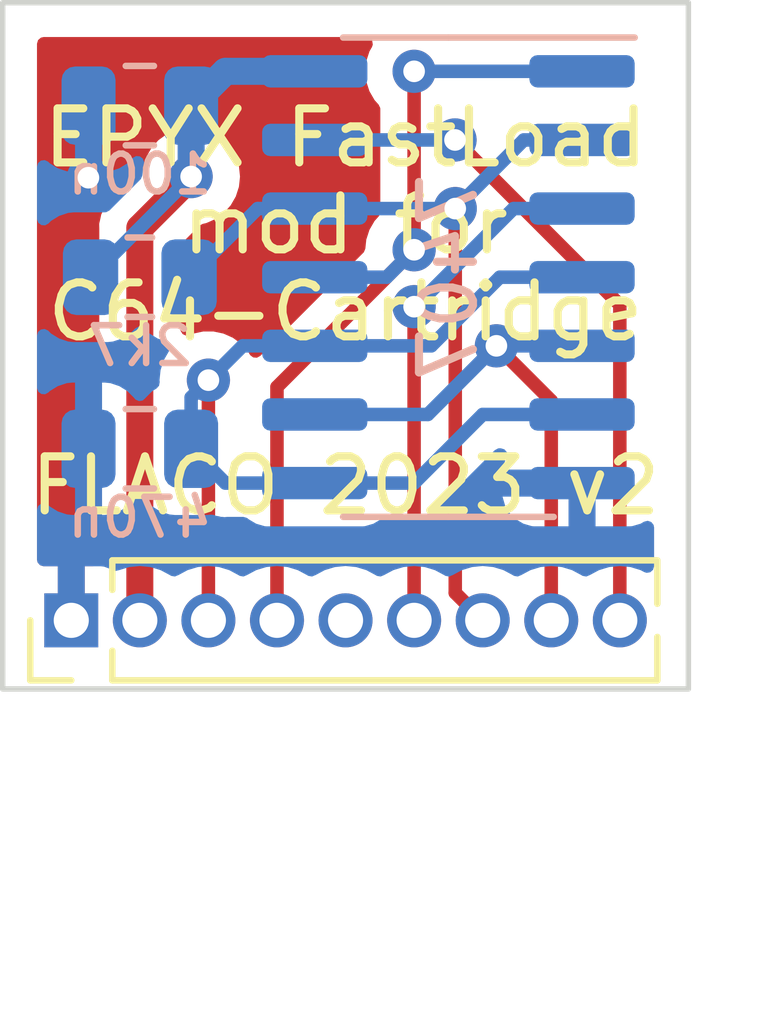
<source format=kicad_pcb>
(kicad_pcb (version 20221018) (generator pcbnew)
  (title_block (title "Epyx FastLoad mod for C64-Cartridge") (date "2023-10-19") (rev "2") (company "FLACO 2023"))
  (layers (0 "F.Cu" signal) (31 "B.Cu" signal) (34 "B.Paste" user) (35 "F.Paste" user) (36 "B.SilkS" user "B.Silkscreen") (37 "F.SilkS" user "F.Silkscreen") (38 "B.Mask" user) (39 "F.Mask" user) (44 "Edge.Cuts" user))
  (net 0 "")
  (net 1 "/{slash}EXROM")
  (net 2 "GND")
  (net 3 "+5V")
  (net 4 "/{slash}ROML")
  (net 5 "/{slash}ROMH")
  (net 6 "/{slash}RESET")
  (net 7 "/{slash}OE")
  (net 8 "/{slash}IO1")
  (net 9 "/{slash}IO2")
  (footprint "Connector_PinHeader_1.27mm:PinHeader_1x09_P1.27mm_Vertical" (layer "F.Cu") (at 142.875 106.045 90)
    (fp_text reference "J1" hide)
    (fp_text value "Epyx FastLoad mod")
    (fp_line (start -1.11 -0.76) (end 0 -0.76) (stroke (width 0.12)) (layer "F.SilkS"))
    (fp_line (start -1.11 0) (end -1.11 -0.76) (stroke (width 0.12)) (layer "F.SilkS"))
    (fp_line (start -1.11 0.76) (end -1.11 10.855) (stroke (width 0.12)) (layer "F.SilkS"))
    (fp_line (start -1.11 0.76) (end -0.563471 0.76) (stroke (width 0.12)) (layer "F.SilkS"))
    (fp_line (start -1.11 10.855) (end -0.30753 10.855) (stroke (width 0.12)) (layer "F.SilkS"))
    (fp_line (start 0.30753 10.855) (end 1.11 10.855) (stroke (width 0.12)) (layer "F.SilkS"))
    (fp_line (start 0.563471 0.76) (end 1.11 0.76) (stroke (width 0.12)) (layer "F.SilkS"))
    (fp_line (start 1.11 0.76) (end 1.11 10.855) (stroke (width 0.12)) (layer "F.SilkS"))
    (pad "1" thru_hole rect (at 0 0 90) (size 1 1) (drill 0.65) (layers "*.Cu" "*.Mask") (net 2 "GND"))
    (pad "2" thru_hole oval (at 0 1.27 90) (size 1 1) (drill 0.65) (layers "*.Cu" "*.Mask") (net 3 "+5V"))
    (pad "3" thru_hole oval (at 0 2.54 90) (size 1 1) (drill 0.65) (layers "*.Cu" "*.Mask") (net 1 "/{slash}EXROM"))
    (pad "4" thru_hole oval (at 0 3.81 90) (size 1 1) (drill 0.65) (layers "*.Cu" "*.Mask") (net 4 "/{slash}ROML"))
    (pad "5" thru_hole oval (at 0 5.08 90) (size 1 1) (drill 0.65) (layers "*.Cu" "*.Mask") (net 5 "/{slash}ROMH"))
    (pad "6" thru_hole oval (at 0 6.35 90) (size 1 1) (drill 0.65) (layers "*.Cu" "*.Mask") (net 6 "/{slash}RESET"))
    (pad "7" thru_hole oval (at 0 7.62 90) (size 1 1) (drill 0.65) (layers "*.Cu" "*.Mask") (net 7 "/{slash}OE"))
    (pad "8" thru_hole oval (at 0 8.89 90) (size 1 1) (drill 0.65) (layers "*.Cu" "*.Mask") (net 8 "/{slash}IO1"))
    (pad "9" thru_hole oval (at 0 10.16 90) (size 1 1) (drill 0.65) (layers "*.Cu" "*.Mask") (net 9 "/{slash}IO2"))
  )
  (footprint "Package_SO:SOIC-14_3.9x8.7mm_P1.27mm" (layer "B.Cu") (at 149.86 99.695 180)
    (fp_text reference "U1" hide)
    (fp_text value "74LS07")
    (fp_line (start 0 -4.435) (end -1.95 -4.435) (stroke (width 0.12)) (layer "B.SilkS"))
    (fp_line (start 0 -4.435) (end 1.95 -4.435) (stroke (width 0.12)) (layer "B.SilkS"))
    (fp_line (start 0 4.435) (end -3.45 4.435) (stroke (width 0.12)) (layer "B.SilkS"))
    (fp_line (start 0 4.435) (end 1.95 4.435) (stroke (width 0.12)) (layer "B.SilkS"))
    (pad "1" smd roundrect (at -2.475 3.81 180) (size 1.95 0.6) (layers "B.Cu" "B.Paste" "B.Mask") (net 4 "/{slash}ROML"))
    (pad "2" smd roundrect (at -2.475 2.54 180) (size 1.95 0.6) (layers "B.Cu" "B.Paste" "B.Mask") (net 7 "/{slash}OE"))
    (pad "3" smd roundrect (at -2.475 1.27 180) (size 1.95 0.6) (layers "B.Cu" "B.Paste" "B.Mask") (net 6 "/{slash}RESET"))
    (pad "4" smd roundrect (at -2.475 0 180) (size 1.95 0.6) (layers "B.Cu" "B.Paste" "B.Mask") (net 1 "/{slash}EXROM"))
    (pad "5" smd roundrect (at -2.475 -1.27 180) (size 1.95 0.6) (layers "B.Cu" "B.Paste" "B.Mask") (net 8 "/{slash}IO1"))
    (pad "6" smd roundrect (at -2.475 -2.54 180) (size 1.95 0.6) (layers "B.Cu" "B.Paste" "B.Mask") (net 1 "/{slash}EXROM"))
    (pad "7" smd roundrect (at -2.475 -3.81 180) (size 1.95 0.6) (layers "B.Cu" "B.Paste" "B.Mask") (net 2 "GND"))
    (pad "8" smd roundrect (at 2.475 -3.81 180) (size 1.95 0.6) (layers "B.Cu" "B.Paste" "B.Mask") (net 1 "/{slash}EXROM"))
    (pad "9" smd roundrect (at 2.475 -2.54 180) (size 1.95 0.6) (layers "B.Cu" "B.Paste" "B.Mask") (net 8 "/{slash}IO1"))
    (pad "10" smd roundrect (at 2.475 -1.27 180) (size 1.95 0.6) (layers "B.Cu" "B.Paste" "B.Mask") (net 1 "/{slash}EXROM"))
    (pad "11" smd roundrect (at 2.475 0 180) (size 1.95 0.6) (layers "B.Cu" "B.Paste" "B.Mask") (net 4 "/{slash}ROML"))
    (pad "12" smd roundrect (at 2.475 1.27 180) (size 1.95 0.6) (layers "B.Cu" "B.Paste" "B.Mask") (net 7 "/{slash}OE"))
    (pad "13" smd roundrect (at 2.475 2.54 180) (size 1.95 0.6) (layers "B.Cu" "B.Paste" "B.Mask") (net 9 "/{slash}IO2"))
    (pad "14" smd roundrect (at 2.475 3.81 180) (size 1.95 0.6) (layers "B.Cu" "B.Paste" "B.Mask") (net 3 "+5V"))
  )
  (footprint "Capacitor_SMD:C_0805_2012Metric" (layer "B.Cu") (at 144.145 102.87 180)
    (fp_text reference "C1" hide)
    (fp_text value "470n")
    (fp_line (start -0.261252 -0.735) (end 0.261252 -0.735) (stroke (width 0.12)) (layer "B.SilkS"))
    (fp_line (start -0.261252 0.735) (end 0.261252 0.735) (stroke (width 0.12)) (layer "B.SilkS"))
    (pad "1" smd roundrect (at -0.95 0 180) (size 1 1.45) (layers "B.Cu" "B.Paste" "B.Mask") (net 1 "/{slash}EXROM"))
    (pad "2" smd roundrect (at 0.95 0 180) (size 1 1.45) (layers "B.Cu" "B.Paste" "B.Mask") (net 2 "GND"))
  )
  (footprint "Resistor_SMD:R_0805_2012Metric" (layer "B.Cu") (at 144.145 99.695)
    (fp_text reference "R1" hide)
    (fp_text value "2k7")
    (fp_line (start -0.227064 -0.735) (end 0.227064 -0.735) (stroke (width 0.12)) (layer "B.SilkS"))
    (fp_line (start -0.227064 0.735) (end 0.227064 0.735) (stroke (width 0.12)) (layer "B.SilkS"))
    (pad "1" smd roundrect (at -0.9125 0) (size 1.025 1.4) (layers "B.Cu" "B.Paste" "B.Mask") (roundrect_rratio 0.243902) (net 3 "+5V"))
    (pad "2" smd roundrect (at 0.9125 0) (size 1.025 1.4) (layers "B.Cu" "B.Paste" "B.Mask") (roundrect_rratio 0.243902) (net 7 "/{slash}OE"))
  )
  (footprint "Capacitor_SMD:C_0805_2012Metric" (layer "B.Cu") (at 144.145 96.52 180)
    (fp_text reference "C2" hide)
    (fp_text value "100n")
    (fp_line (start -0.261252 -0.735) (end 0.261252 -0.735) (stroke (width 0.12)) (layer "B.SilkS"))
    (fp_line (start -0.261252 0.735) (end 0.261252 0.735) (stroke (width 0.12)) (layer "B.SilkS"))
    (pad "1" smd roundrect (at -0.95 0 180) (size 1 1.45) (layers "B.Cu" "B.Paste" "B.Mask") (net 3 "+5V"))
    (pad "2" smd roundrect (at 0.95 0 180) (size 1 1.45) (layers "B.Cu" "B.Paste" "B.Mask") (net 2 "GND"))
  )
  (gr_rect (start 141.605 94.615) (end 154.305 107.315) (stroke (width 0.1)) (fill none) (layer "Edge.Cuts"))
  (gr_text "100n" (at 144.145 97.79) (layer "B.SilkS") (effects (font (size 0.7 0.7) (thickness 0.12) bold) (justify mirror)))
  (gr_text "470n" (at 144.145 104.14) (layer "B.SilkS") (effects (font (size 0.7 0.7) (thickness 0.12) bold) (justify mirror)))
  (gr_text "2k7" (at 144.145 100.965) (layer "B.SilkS") (effects (font (size 0.7 0.7) (thickness 0.12) bold) (justify mirror)))
  (gr_text "7407" (at 149.86 99.695 90) (layer "B.SilkS") (effects (font (size 1 1)) (justify mirror)))
  (gr_text "EPYX FastLoad\nmod for\nC64-Cartridge\n\nFLACO 2023 v2" (at 147.955 104.14) (layer "F.SilkS") (effects (font (size 1 1)) (justify bottom)))
  (segment (start 145.415 106.045) (end 145.415 101.6) (width 0.25) (layer "F.Cu") (net 1))
  (via (at 145.415 101.6) (size 0.8) (drill 0.4) (layers "F.Cu" "B.Cu") (net 1))
  (segment (start 147.385 103.505) (end 145.73 103.505) (width 0.25) (layer "B.Cu") (net 1))
  (segment (start 147.385 100.965) (end 146.05 100.965) (width 0.25) (layer "B.Cu") (net 1))
  (segment (start 149.5425 100.965) (end 150.8125 99.695) (width 0.25) (layer "B.Cu") (net 1))
  (segment (start 150.8125 99.695) (end 152.335 99.695) (width 0.25) (layer "B.Cu") (net 1))
  (segment (start 147.385 100.965) (end 149.5425 100.965) (width 0.25) (layer "B.Cu") (net 1))
  (segment (start 145.73 103.505) (end 145.095 102.87) (width 0.25) (layer "B.Cu") (net 1))
  (segment (start 147.385 103.505) (end 149.225 103.505) (width 0.25) (layer "B.Cu") (net 1))
  (segment (start 146.05 100.965) (end 145.415 101.6) (width 0.25) (layer "B.Cu") (net 1))
  (segment (start 149.225 103.505) (end 150.495 102.235) (width 0.25) (layer "B.Cu") (net 1))
  (segment (start 145.095 102.87) (end 145.095 101.92) (width 0.25) (layer "B.Cu") (net 1))
  (segment (start 145.095 101.92) (end 145.415 101.6) (width 0.25) (layer "B.Cu") (net 1))
  (segment (start 150.495 102.235) (end 152.335 102.235) (width 0.25) (layer "B.Cu") (net 1))
  (via (at 143.1925 97.8535) (size 0.8) (drill 0.4) (layers "F.Cu" "B.Cu") (net 2))
  (segment (start 144.145 98.7825) (end 144.145 106.045) (width 0.5) (layer "F.Cu") (net 3))
  (segment (start 145.095 97.8325) (end 144.145 98.7825) (width 0.5) (layer "F.Cu") (net 3))
  (via (at 145.095 97.8325) (size 0.8) (drill 0.4) (layers "F.Cu" "B.Cu") (net 3))
  (segment (start 145.095 96.52) (end 145.095 97.8325) (width 0.5) (layer "B.Cu") (net 3))
  (segment (start 145.095 97.8325) (end 143.2325 99.695) (width 0.25) (layer "B.Cu") (net 3))
  (segment (start 147.385 95.885) (end 145.73 95.885) (width 0.5) (layer "B.Cu") (net 3))
  (segment (start 145.73 95.885) (end 145.095 96.52) (width 0.5) (layer "B.Cu") (net 3))
  (segment (start 149.225 95.885) (end 149.225 99.187) (width 0.25) (layer "F.Cu") (net 4))
  (segment (start 149.225 99.187) (end 146.685 101.727) (width 0.25) (layer "F.Cu") (net 4))
  (segment (start 146.685 101.727) (end 146.685 106.045) (width 0.25) (layer "F.Cu") (net 4))
  (via (at 149.225 99.187) (size 0.8) (drill 0.4) (layers "F.Cu" "B.Cu") (net 4))
  (via (at 149.225 95.885) (size 0.8) (drill 0.4) (layers "F.Cu" "B.Cu") (net 4))
  (segment (start 149.225 99.187) (end 148.717 99.695) (width 0.25) (layer "B.Cu") (net 4))
  (segment (start 148.717 99.695) (end 147.385 99.695) (width 0.25) (layer "B.Cu") (net 4))
  (segment (start 149.225 95.885) (end 152.335 95.885) (width 0.25) (layer "B.Cu") (net 4))
  (segment (start 149.225 100.2405) (end 149.225 106.045) (width 0.25) (layer "F.Cu") (net 6))
  (via (at 149.225 100.2405) (size 0.8) (drill 0.4) (layers "F.Cu" "B.Cu") (net 6))
  (segment (start 149.225 100.2405) (end 149.251 100.2405) (width 0.25) (layer "B.Cu") (net 6))
  (segment (start 149.251 100.2405) (end 151.0665 98.425) (width 0.25) (layer "B.Cu") (net 6))
  (segment (start 151.0665 98.425) (end 152.335 98.425) (width 0.25) (layer "B.Cu") (net 6))
  (segment (start 149.987 105.537) (end 150.495 106.045) (width 0.25) (layer "F.Cu") (net 7))
  (segment (start 149.987 98.425) (end 149.987 105.537) (width 0.25) (layer "F.Cu") (net 7))
  (via (at 149.987 98.425) (size 0.8) (drill 0.4) (layers "F.Cu" "B.Cu") (net 7))
  (segment (start 149.987 98.425) (end 147.385 98.425) (width 0.25) (layer "B.Cu") (net 7))
  (segment (start 151.257 97.155) (end 152.335 97.155) (width 0.25) (layer "B.Cu") (net 7))
  (segment (start 146.3275 98.425) (end 147.385 98.425) (width 0.25) (layer "B.Cu") (net 7))
  (segment (start 145.0575 99.695) (end 146.3275 98.425) (width 0.25) (layer "B.Cu") (net 7))
  (segment (start 149.987 98.425) (end 151.257 97.155) (width 0.25) (layer "B.Cu") (net 7))
  (segment (start 151.765 101.981) (end 151.765 106.045) (width 0.25) (layer "F.Cu") (net 8))
  (segment (start 150.749 100.965) (end 151.765 101.981) (width 0.25) (layer "F.Cu") (net 8))
  (via (at 150.749 100.965) (size 0.8) (drill 0.4) (layers "F.Cu" "B.Cu") (net 8))
  (segment (start 150.749 100.965) (end 152.335 100.965) (width 0.25) (layer "B.Cu") (net 8))
  (segment (start 149.479 102.235) (end 147.385 102.235) (width 0.25) (layer "B.Cu") (net 8))
  (segment (start 150.749 100.965) (end 149.479 102.235) (width 0.25) (layer "B.Cu") (net 8))
  (segment (start 149.9827 97.155) (end 153.035 100.2073) (width 0.25) (layer "F.Cu") (net 9))
  (segment (start 153.035 100.2073) (end 153.035 106.045) (width 0.25) (layer "F.Cu") (net 9))
  (via (at 149.9827 97.155) (size 0.8) (drill 0.4) (layers "F.Cu" "B.Cu") (net 9))
  (segment (start 149.9827 97.155) (end 147.385 97.155) (width 0.25) (layer "B.Cu") (net 9))
  (zone (net 2) (net_name "GND") (layers "F&B.Cu") (connect_pads (clearance 0.5)) (min_thickness 0.25) (fill yes (thermal_gap 0.5) (thermal_bridge_width 0.5))
    (polygon (pts (xy 142.24 106.68) (xy 153.67 106.68) (xy 153.67 95.25) (xy 142.24 95.25)))
  )
)
</source>
